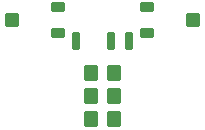
<source format=gbp>
%TF.GenerationSoftware,KiCad,Pcbnew,7.0.7-2.fc38*%
%TF.CreationDate,2023-10-08T12:30:22+05:30*%
%TF.ProjectId,tako_right,74616b6f-5f72-4696-9768-742e6b696361,rev?*%
%TF.SameCoordinates,Original*%
%TF.FileFunction,Paste,Bot*%
%TF.FilePolarity,Positive*%
%FSLAX46Y46*%
G04 Gerber Fmt 4.6, Leading zero omitted, Abs format (unit mm)*
G04 Created by KiCad (PCBNEW 7.0.7-2.fc38) date 2023-10-08 12:30:22*
%MOMM*%
%LPD*%
G01*
G04 APERTURE LIST*
G04 Aperture macros list*
%AMRoundRect*
0 Rectangle with rounded corners*
0 $1 Rounding radius*
0 $2 $3 $4 $5 $6 $7 $8 $9 X,Y pos of 4 corners*
0 Add a 4 corners polygon primitive as box body*
4,1,4,$2,$3,$4,$5,$6,$7,$8,$9,$2,$3,0*
0 Add four circle primitives for the rounded corners*
1,1,$1+$1,$2,$3*
1,1,$1+$1,$4,$5*
1,1,$1+$1,$6,$7*
1,1,$1+$1,$8,$9*
0 Add four rect primitives between the rounded corners*
20,1,$1+$1,$2,$3,$4,$5,0*
20,1,$1+$1,$4,$5,$6,$7,0*
20,1,$1+$1,$6,$7,$8,$9,0*
20,1,$1+$1,$8,$9,$2,$3,0*%
G04 Aperture macros list end*
%ADD10RoundRect,0.312500X-0.312500X-0.312500X0.312500X-0.312500X0.312500X0.312500X-0.312500X0.312500X0*%
%ADD11RoundRect,0.312500X0.312500X0.312500X-0.312500X0.312500X-0.312500X-0.312500X0.312500X-0.312500X0*%
%ADD12RoundRect,0.120000X-0.480000X-0.280000X0.480000X-0.280000X0.480000X0.280000X-0.480000X0.280000X0*%
%ADD13RoundRect,0.105000X-0.245000X-0.645000X0.245000X-0.645000X0.245000X0.645000X-0.245000X0.645000X0*%
%ADD14RoundRect,0.250000X0.350000X0.450000X-0.350000X0.450000X-0.350000X-0.450000X0.350000X-0.450000X0*%
%ADD15RoundRect,0.250000X-0.350000X-0.450000X0.350000X-0.450000X0.350000X0.450000X-0.350000X0.450000X0*%
G04 APERTURE END LIST*
D10*
%TO.C,BAT_HOLE+1*%
X250116908Y-57819421D03*
%TD*%
D11*
%TO.C,BAT_HOLE-1*%
X265390409Y-57819423D03*
%TD*%
D12*
%TO.C,PSW1*%
X254004580Y-56712138D03*
X254004580Y-58922138D03*
X261504580Y-56712138D03*
X261504580Y-58922138D03*
D13*
X255504580Y-59572138D03*
X258504580Y-59572138D03*
X260004580Y-59572138D03*
%TD*%
D14*
%TO.C,R3*%
X258772518Y-66142134D03*
X256772518Y-66142134D03*
%TD*%
%TO.C,R2*%
X258772513Y-64192137D03*
X256772513Y-64192137D03*
%TD*%
D15*
%TO.C,R1*%
X256772514Y-62242136D03*
X258772514Y-62242136D03*
%TD*%
M02*

</source>
